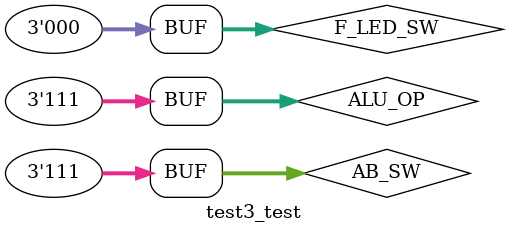
<source format=v>
`timescale 1ns / 1ps


module test3_test;

	// Inputs
	reg [2:0] ALU_OP;
	reg [2:0] AB_SW;
	reg [2:0] F_LED_SW;

	// Outputs
	wire [7:0] LED;
	wire OF;
	wire ZF;
	wire F;

	// Instantiate the Unit Under Test (UUT)
	test_3 uut (
		.ALU_OP(ALU_OP), 
		.AB_SW(AB_SW), 
		.F_LED_SW(F_LED_SW), 
		.LED(LED), 
		.OF(OF), 
		.ZF(ZF), 
		.F(F)
	);

	initial begin
		// Initialize Inputs
		ALU_OP = 0;
		AB_SW = 0;
		F_LED_SW = 0;

		// Wait 100 ns for global reset to finish
		#100;
        
		// Add stimulus here
      #100;   
      ALU_OP = 000;   
		AB_SW = 001; 
		F_LED_SW=000;
		
	   #100;   
      ALU_OP = 001;   
		AB_SW = 001; 
		F_LED_SW=000;
		
		#100;   
		ALU_OP = 010;   
		AB_SW = 010; 
		F_LED_SW=000;
		
		#100;   
		ALU_OP = 100;   
		AB_SW = 100; 
		F_LED_SW=000;	
		
		#100;   
		ALU_OP = 101;   
		AB_SW = 101; 
		F_LED_SW=000;
			
		#100;   
		ALU_OP = 110;   
		AB_SW = 110; 
		F_LED_SW=000;
		
		#100;   
		ALU_OP = 111;   
		AB_SW = 111; 
		F_LED_SW=000;    

	end
      
endmodule


</source>
